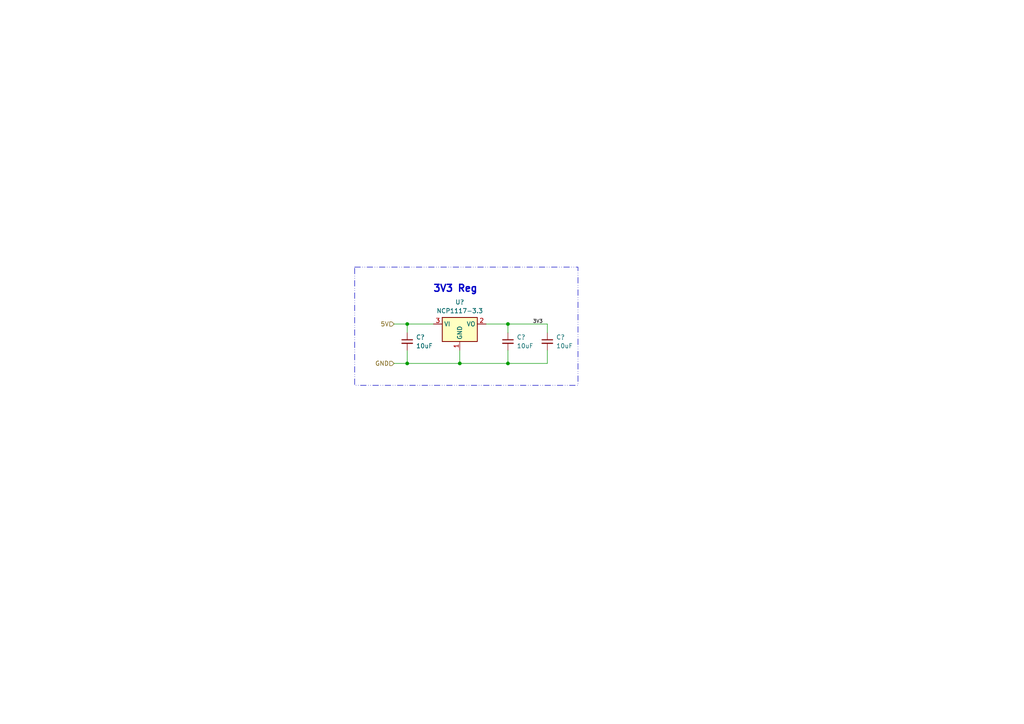
<source format=kicad_sch>
(kicad_sch (version 20250114) (generator "eeschema") (generator_version "9.0")
  (paper "A4")
  (title_block (title "${TITLE}") (date "2025-09-02") (rev "${REVISION}") (company "${COMPANY}") (comment 1 "${COMMENT1}"))
  (lib_symbols
    (symbol "Device:C_Small" (pin_numbers (hide yes)) (pin_names (offset 0.254) (hide yes))
      (property "Reference" "C" (at 0.254 1.778 0))
      (property "Value" "C_Small" (at 0.254 -2.032 0))
      (symbol "C_Small_0_1"
        (polyline (pts (xy -1.524 0.508) (xy 1.524 0.508)) (stroke (width 0.3048)))
        (polyline (pts (xy -1.524 -0.508) (xy 1.524 -0.508)) (stroke (width 0.3302)))
      )
      (symbol "C_Small_1_1"
        (pin passive line (at 0 2.54 270) (length 2.032) (name "~") (number "1"))
        (pin passive line (at 0 -2.54 90) (length 2.032) (name "~") (number "2"))
      )
    )
    (symbol "Regulator_Linear:NCP1117-3.3_SOT223"
      (property "Reference" "U" (at -3.81 3.175 0))
      (property "Value" "NCP1117-3.3_SOT223" (at 0 3.175 0))
      (symbol "NCP1117-3.3_SOT223_0_1"
        (rectangle (start -5.08 -5.08) (end 5.08 1.905) (stroke (width 0.254)) (fill (type background)))
      )
      (symbol "NCP1117-3.3_SOT223_1_1"
        (pin power_in line (at -7.62 0 0) (length 2.54) (name "VI") (number "3"))
        (pin power_in line (at 0 -7.62 90) (length 2.54) (name "GND") (number "1"))
        (pin power_out line (at 7.62 0 180) (length 2.54) (name "VO") (number "2"))
      )
    )
  )
  (rectangle (start 102.87 77.47) (end 167.64 111.76) (stroke (width 0) (type dash_dot_dot)))
  (text "3V3 Reg" (at 132.08 83.82 0) (effects (font (size 2 2) (thickness 0.4) (bold yes))))
  (junction (at 133.35 105.41) (diameter 0.9144))
  (junction (at 118.11 93.98))
  (junction (at 118.11 105.41))
  (junction (at 147.32 93.98))
  (junction (at 147.32 105.41))
  (wire (pts (xy 118.11 101.6) (xy 118.11 105.41)))
  (wire (pts (xy 114.3 93.98) (xy 118.11 93.98)))
  (wire (pts (xy 118.11 105.41) (xy 133.35 105.41)))
  (wire (pts (xy 114.3 105.41) (xy 118.11 105.41)))
  (wire (pts (xy 158.75 96.52) (xy 158.75 93.98)))
  (wire (pts (xy 158.75 101.6) (xy 158.75 105.41)))
  (wire (pts (xy 147.32 93.98) (xy 147.32 96.52)))
  (wire (pts (xy 147.32 101.6) (xy 147.32 105.41)))
  (wire (pts (xy 140.97 93.98) (xy 147.32 93.98)))
  (wire (pts (xy 118.11 93.98) (xy 118.11 96.52)))
  (wire (pts (xy 133.35 105.41) (xy 147.32 105.41)))
  (wire (pts (xy 133.35 101.6) (xy 133.35 105.41)))
  (wire (pts (xy 118.11 93.98) (xy 125.73 93.98)))
  (wire (pts (xy 147.32 93.98) (xy 158.75 93.98)))
  (wire (pts (xy 147.32 105.41) (xy 158.75 105.41)))
  (label "3V3" (at 157.48 93.98 180) (effects (font (size 1 1))))
  (hierarchical_label "5V" (shape input) (at 114.3 93.98 180))
  (hierarchical_label "GND" (shape input) (at 114.3 105.41 180))
  (symbol (lib_id "Regulator_Linear:NCP1117-3.3_SOT223") (at 133.35 93.98 0) (unit 1)
    (property "Reference" "U?" (at 133.35 87.63 0))
    (property "Value" "NCP1117-3.3" (at 133.35 90.17 0))
    (property "Footprint" "Package_TO_SOT_SMD:SOT-223-3_TabPin2" (effects (hide yes)))
    (property "Datasheet" "http://www.onsemi.com/pub_link/Collateral/NCP1117-D.PDF" (effects (hide yes)))
    (property "Description" "1A Low drop-out regulator, Fixed Output 3.3V, SOT-223" (effects (hide yes)))
    (property "Price" "$0.74" (effects (hide yes)))
    (property "Rating" "IC REG LINEAR POS ADJ 1A SOT223" (effects (hide yes)))
    (property "Supplier" "Digikey" (effects (hide yes)))
    (property "Manufacturer" "onsemi" (effects (hide yes)))
    (property "MPN" "NCP1117LPST33T3G" (effects (hide yes)))
    (property "LCSC" "C146799" (effects (hide yes)))
    (property "digikey" "NCP1117LPST33T3GOSCT-ND" (effects (hide yes)))
    (property "mouser" "863-NCP1117LPST33T3G" (effects (hide yes)))
  )
  (symbol (lib_id "Device:C_Small") (at 118.11 99.06 0) (mirror y) (unit 1)
    (property "Reference" "C?" (at 120.65 97.7962 0) (effects (justify right)))
    (property "Value" "10uF" (at 120.65 100.3362 0) (effects (justify right)))
    (property "Footprint" "Capacitor_SMD:C_0805_2012Metric" (effects (hide yes)))
    (property "Datasheet" "https://www.yageo.com/upload/media/product/app/datasheet/mlcc/upy-gphc_x5r_4v-to-50v.pdf" (effects (hide yes)))
    (property "Description" "10 µF ±10% 25V Ceramic Capacitor X5R 0805 (2012 Metric)" (effects (hide yes)))
    (property "MPN" "CC0805KKX5R8BB106" (effects (hide yes)))
    (property "Manufacturer" "YAGEO" (effects (hide yes)))
    (property "Price" "$0.47" (effects (hide yes)))
    (property "Rating" "CAP CER 10UF 25V X5R 0805" (effects (hide yes)))
    (property "Supplier" "Digikey" (effects (hide yes)))
    (property "LCSC" "C2932476" (effects (hide yes)))
    (property "digikey" "311-1869-1-ND" (effects (hide yes)))
    (property "mouser" "603-CC805KKX5R8BB106" (effects (hide yes)))
  )
  (symbol (lib_id "Device:C_Small") (at 147.32 99.06 0) (mirror y) (unit 1)
    (property "Reference" "C?" (at 149.86 97.7962 0) (effects (justify right)))
    (property "Value" "10uF" (at 149.86 100.3362 0) (effects (justify right)))
    (property "Footprint" "Capacitor_SMD:C_0805_2012Metric" (effects (hide yes)))
    (property "Datasheet" "https://www.yageo.com/upload/media/product/app/datasheet/mlcc/upy-gphc_x5r_4v-to-50v.pdf" (effects (hide yes)))
    (property "Description" "10 µF ±10% 25V Ceramic Capacitor X5R 0805 (2012 Metric)" (effects (hide yes)))
    (property "MPN" "CC0805KKX5R8BB106" (effects (hide yes)))
    (property "Manufacturer" "YAGEO" (effects (hide yes)))
    (property "Price" "$0.47" (effects (hide yes)))
    (property "Rating" "CAP CER 10UF 25V X5R 0805" (effects (hide yes)))
    (property "Supplier" "Digikey" (effects (hide yes)))
    (property "LCSC" "C2932476" (effects (hide yes)))
    (property "digikey" "311-1869-1-ND" (effects (hide yes)))
    (property "mouser" "603-CC805KKX5R8BB106" (effects (hide yes)))
  )
  (symbol (lib_id "Device:C_Small") (at 158.75 99.06 0) (mirror y) (unit 1)
    (property "Reference" "C?" (at 161.29 97.7962 0) (effects (justify right)))
    (property "Value" "10uF" (at 161.29 100.3362 0) (effects (justify right)))
    (property "Footprint" "Capacitor_SMD:C_0805_2012Metric" (effects (hide yes)))
    (property "Datasheet" "https://www.yageo.com/upload/media/product/app/datasheet/mlcc/upy-gphc_x5r_4v-to-50v.pdf" (effects (hide yes)))
    (property "Description" "10 µF ±10% 25V Ceramic Capacitor X5R 0805 (2012 Metric)" (effects (hide yes)))
    (property "MPN" "CC0805KKX5R8BB106" (effects (hide yes)))
    (property "Manufacturer" "YAGEO" (effects (hide yes)))
    (property "Price" "$0.47" (effects (hide yes)))
    (property "Rating" "CAP CER 10UF 25V X5R 0805" (effects (hide yes)))
    (property "Supplier" "Digikey" (effects (hide yes)))
    (property "LCSC" "C2932476" (effects (hide yes)))
    (property "digikey" "311-1869-1-ND" (effects (hide yes)))
    (property "mouser" "603-CC805KKX5R8BB106" (effects (hide yes)))
  )
)
</source>
